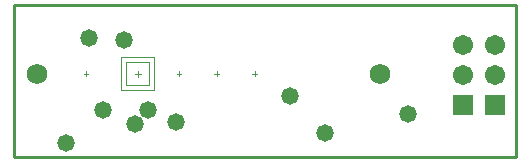
<source format=gbs>
G04 Layer_Color=16711935*
%FSLAX44Y44*%
%MOMM*%
G71*
G01*
G75*
%ADD18C,0.1000*%
%ADD19C,0.2540*%
%ADD20C,0.0500*%
%ADD33C,1.7272*%
%ADD34C,1.7032*%
%ADD35R,1.7032X1.7032*%
%ADD36C,1.4732*%
D18*
X81000Y88001D02*
Y92001D01*
X79000Y90001D02*
X83000D01*
X159750Y88000D02*
Y92000D01*
X157750Y90000D02*
X161750D01*
X191750Y88000D02*
Y92000D01*
X189750Y90000D02*
X193750D01*
X224000Y88000D02*
Y92000D01*
X222000Y90000D02*
X226000D01*
X134750Y80001D02*
Y100001D01*
X114750Y80001D02*
X134750D01*
X114750D02*
Y100001D01*
X134750D01*
X122250Y90001D02*
X127250D01*
X124750Y87500D02*
Y92501D01*
D19*
X20250Y148000D02*
X445000D01*
X445250Y52250D02*
Y116250D01*
X445000Y20000D02*
X445250Y20250D01*
X20500Y19750D02*
X445000D01*
X20250Y20000D02*
X20500Y19750D01*
X20250Y20000D02*
Y148000D01*
X445250Y20250D02*
Y52250D01*
Y116250D02*
Y148250D01*
D20*
X139000Y75750D02*
Y104251D01*
X110500Y75750D02*
X139000D01*
X110500D02*
Y104251D01*
X139000D01*
D33*
X330000Y90000D02*
D03*
X40000D02*
D03*
D34*
X427500Y113900D02*
D03*
Y88500D02*
D03*
X400000Y113900D02*
D03*
Y88500D02*
D03*
D35*
X427500Y63100D02*
D03*
X400000D02*
D03*
D36*
X83312Y119888D02*
D03*
X113030Y118872D02*
D03*
X353748Y56060D02*
D03*
X95250Y58843D02*
D03*
X283210Y39624D02*
D03*
X122851Y47159D02*
D03*
X157250Y49000D02*
D03*
X64000Y31500D02*
D03*
X254000Y71000D02*
D03*
X133250Y59250D02*
D03*
M02*

</source>
